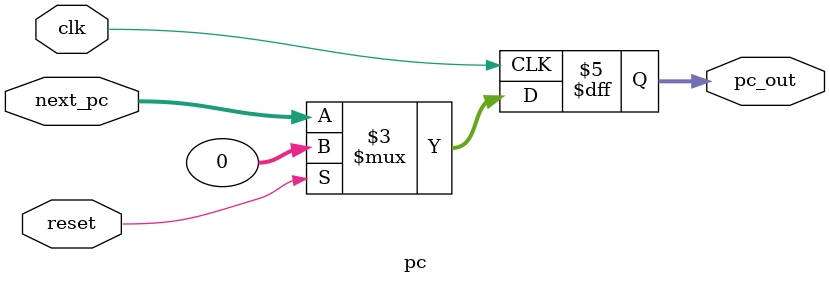
<source format=v>

module pc (
    input  wire        clk,       // system clock
    input  wire        reset,     // active-high synchronous reset
    input  wire [31:0] next_pc,   // computed next PC (e.g. PC+4 or branch target)
    output reg  [31:0] pc_out     // current PC value
);

    // On each rising clock edge:
    // - If reset is asserted, go to address 0
    // - Otherwise update PC to next_pc
    always @(posedge clk) begin
        if (reset)
            pc_out <= 32'd0;
        else
            pc_out <= next_pc;
    end

endmodule

</source>
